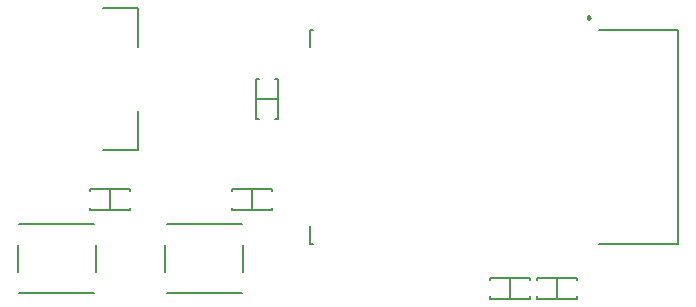
<source format=gto>
G04*
G04 #@! TF.GenerationSoftware,Altium Limited,Altium Designer,22.10.1 (41)*
G04*
G04 Layer_Color=65535*
%FSLAX25Y25*%
%MOIN*%
G70*
G04*
G04 #@! TF.SameCoordinates,383651A2-C0D2-4D73-959B-37C4E0350145*
G04*
G04*
G04 #@! TF.FilePolarity,Positive*
G04*
G01*
G75*
%ADD10C,0.00984*%
%ADD11C,0.00787*%
%ADD12C,0.00591*%
D10*
X355020Y208307D02*
X354281Y208733D01*
Y207881D01*
X355020Y208307D01*
D11*
X204409Y198425D02*
Y211417D01*
X192598D02*
X204409D01*
X192598Y164173D02*
X204409D01*
Y177165D01*
X357776Y204272D02*
X384350D01*
X261713D02*
X262697D01*
X261713Y132815D02*
Y138721D01*
Y198366D02*
Y204272D01*
X357776Y132815D02*
X384350D01*
X261713D02*
X262697D01*
X384350D02*
Y204272D01*
X213878Y116453D02*
X238878D01*
X213378Y123453D02*
Y132453D01*
X239378Y123453D02*
Y132453D01*
X213878Y139453D02*
X238878D01*
X164665Y116453D02*
X189665D01*
X164165Y123453D02*
Y132453D01*
X190165Y123453D02*
Y132453D01*
X164665Y139453D02*
X189665D01*
D12*
X350689Y114567D02*
Y115354D01*
X337303Y114567D02*
X350689D01*
X337303D02*
Y115354D01*
X350689Y120866D02*
Y121653D01*
X337303D02*
X350689D01*
X337303Y120866D02*
Y121653D01*
X343996Y114567D02*
Y121653D01*
X321555Y120866D02*
Y121653D01*
X334941D01*
Y120866D02*
Y121653D01*
X321555Y114567D02*
Y115354D01*
Y114567D02*
X334941D01*
Y115354D01*
X328248Y114567D02*
Y121653D01*
X250000Y187795D02*
X250787D01*
Y174409D02*
Y187795D01*
X250000Y174409D02*
X250787D01*
X243701Y187795D02*
X244488D01*
X243701Y174409D02*
Y187795D01*
Y174409D02*
X244488D01*
X243701Y181102D02*
X250787D01*
X248819Y144095D02*
Y144882D01*
X235433Y144095D02*
X248819D01*
X235433D02*
Y144882D01*
X248819Y150394D02*
Y151181D01*
X235433D02*
X248819D01*
X235433Y150394D02*
Y151181D01*
X242126Y144095D02*
Y151181D01*
X201575Y144095D02*
Y144882D01*
X188189Y144095D02*
X201575D01*
X188189D02*
Y144882D01*
X201575Y150394D02*
Y151181D01*
X188189D02*
X201575D01*
X188189Y150394D02*
Y151181D01*
X194882Y144095D02*
Y151181D01*
M02*

</source>
